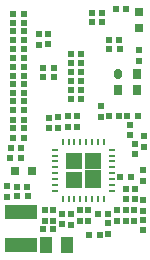
<source format=gbp>
G04 Layer_Color=128*
%FSLAX24Y24*%
%MOIN*%
G70*
G01*
G75*
%ADD10R,0.0236X0.0217*%
%ADD14R,0.0217X0.0236*%
G04:AMPARAMS|DCode=41|XSize=33.5mil|YSize=25.6mil|CornerRadius=6.4mil|HoleSize=0mil|Usage=FLASHONLY|Rotation=90.000|XOffset=0mil|YOffset=0mil|HoleType=Round|Shape=RoundedRectangle|*
%AMROUNDEDRECTD41*
21,1,0.0335,0.0128,0,0,90.0*
21,1,0.0207,0.0256,0,0,90.0*
1,1,0.0128,0.0064,0.0103*
1,1,0.0128,0.0064,-0.0103*
1,1,0.0128,-0.0064,-0.0103*
1,1,0.0128,-0.0064,0.0103*
%
%ADD41ROUNDEDRECTD41*%
%ADD42R,0.0256X0.0335*%
%ADD43R,0.0300X0.0300*%
%ADD44R,0.0300X0.0300*%
%ADD45R,0.1071X0.0508*%
%ADD46R,0.0445X0.0579*%
%ADD47R,0.0197X0.0197*%
%ADD49R,0.0098X0.0236*%
%ADD50R,0.0236X0.0098*%
%ADD81R,0.0551X0.0551*%
%ADD82R,0.0551X0.0591*%
D10*
X5768Y7098D02*
D03*
Y7453D02*
D03*
X1382Y2575D02*
D03*
Y2929D02*
D03*
X2759Y7652D02*
D03*
Y8006D02*
D03*
X2457Y7645D02*
D03*
Y7999D02*
D03*
X5470Y4623D02*
D03*
Y4977D02*
D03*
X5350Y2493D02*
D03*
Y2847D02*
D03*
X5645Y3993D02*
D03*
Y4347D02*
D03*
X3094Y5224D02*
D03*
Y4870D02*
D03*
X2783Y5217D02*
D03*
Y4862D02*
D03*
X3695Y5262D02*
D03*
Y4908D02*
D03*
X3400Y5257D02*
D03*
Y4903D02*
D03*
X5620Y1772D02*
D03*
Y2127D02*
D03*
X5330Y1773D02*
D03*
Y2127D02*
D03*
X5910Y1453D02*
D03*
Y1807D02*
D03*
X4743Y1340D02*
D03*
Y1695D02*
D03*
X5042Y1768D02*
D03*
Y2123D02*
D03*
X3508Y1650D02*
D03*
Y2004D02*
D03*
X3213Y1654D02*
D03*
Y2008D02*
D03*
X2921Y1780D02*
D03*
Y2134D02*
D03*
X3803Y1776D02*
D03*
Y2130D02*
D03*
X4091Y1772D02*
D03*
Y2126D02*
D03*
X5640Y2493D02*
D03*
Y2847D02*
D03*
X5915Y3462D02*
D03*
Y3108D02*
D03*
D14*
X1583Y6618D02*
D03*
X1937D02*
D03*
X1583Y6913D02*
D03*
X1937D02*
D03*
X1583Y5453D02*
D03*
X1937D02*
D03*
X1580Y8680D02*
D03*
X1934D02*
D03*
X1857Y4200D02*
D03*
X1503D02*
D03*
X1839Y3858D02*
D03*
X1484D02*
D03*
X2059Y2917D02*
D03*
X1705D02*
D03*
X2067Y2610D02*
D03*
X1713D02*
D03*
X2925Y1488D02*
D03*
X2571D02*
D03*
X1580Y4860D02*
D03*
X1934D02*
D03*
X3498Y6142D02*
D03*
X3852D02*
D03*
X3497Y6429D02*
D03*
X3852D02*
D03*
X3500Y6728D02*
D03*
X3854D02*
D03*
X3500Y7331D02*
D03*
X3854D02*
D03*
X2594Y6579D02*
D03*
X2949D02*
D03*
X2594Y6874D02*
D03*
X2949D02*
D03*
X3500Y7031D02*
D03*
X3854D02*
D03*
X1583Y4550D02*
D03*
X1937D02*
D03*
X1583Y5752D02*
D03*
X1937D02*
D03*
X1583Y6331D02*
D03*
X1937D02*
D03*
X1583Y6043D02*
D03*
X1937D02*
D03*
X1583Y7496D02*
D03*
X1937D02*
D03*
X1583Y7799D02*
D03*
X1937D02*
D03*
X1583Y8087D02*
D03*
X1937D02*
D03*
X1583Y8382D02*
D03*
X1937D02*
D03*
X1583Y7201D02*
D03*
X1937D02*
D03*
X1580Y5150D02*
D03*
X1934D02*
D03*
X4197Y8406D02*
D03*
X4551D02*
D03*
X4200Y8694D02*
D03*
X4554D02*
D03*
X3496Y5825D02*
D03*
X3851D02*
D03*
X4772Y7815D02*
D03*
X5126D02*
D03*
X4776Y7516D02*
D03*
X5130D02*
D03*
X5394Y5276D02*
D03*
X5749D02*
D03*
X4773Y5275D02*
D03*
X5127D02*
D03*
X4403Y1994D02*
D03*
X4757D02*
D03*
X4112Y1313D02*
D03*
X4466D02*
D03*
X5357Y8830D02*
D03*
X5003D02*
D03*
X5158Y3225D02*
D03*
X5512D02*
D03*
D41*
X5071Y6681D02*
D03*
D42*
X5720D02*
D03*
X5071Y6150D02*
D03*
X5720D02*
D03*
D43*
X5770Y8745D02*
D03*
Y8195D02*
D03*
D44*
X1655Y3450D02*
D03*
X2205D02*
D03*
D45*
X1846Y955D02*
D03*
Y2061D02*
D03*
D46*
X2671Y965D02*
D03*
X3368D02*
D03*
D47*
X4505Y5597D02*
D03*
Y5243D02*
D03*
X5930Y4587D02*
D03*
Y4233D02*
D03*
X5910Y2457D02*
D03*
Y2103D02*
D03*
X2642Y2134D02*
D03*
Y1780D02*
D03*
D49*
X4610Y4402D02*
D03*
X4413D02*
D03*
X4217D02*
D03*
X4020D02*
D03*
X3823D02*
D03*
X3626D02*
D03*
X3429D02*
D03*
X3232D02*
D03*
Y2512D02*
D03*
X3429D02*
D03*
X3626D02*
D03*
X3823D02*
D03*
X4020D02*
D03*
X4217D02*
D03*
X4413D02*
D03*
X4610D02*
D03*
D50*
X2976Y4146D02*
D03*
Y3949D02*
D03*
Y3752D02*
D03*
Y3555D02*
D03*
Y3358D02*
D03*
Y3161D02*
D03*
Y2965D02*
D03*
Y2768D02*
D03*
X4866D02*
D03*
Y2965D02*
D03*
Y3161D02*
D03*
Y3358D02*
D03*
Y3555D02*
D03*
Y3752D02*
D03*
Y3949D02*
D03*
Y4146D02*
D03*
D81*
X4236Y3772D02*
D03*
X3606Y3142D02*
D03*
Y3772D02*
D03*
D82*
X4236Y3161D02*
D03*
M02*

</source>
